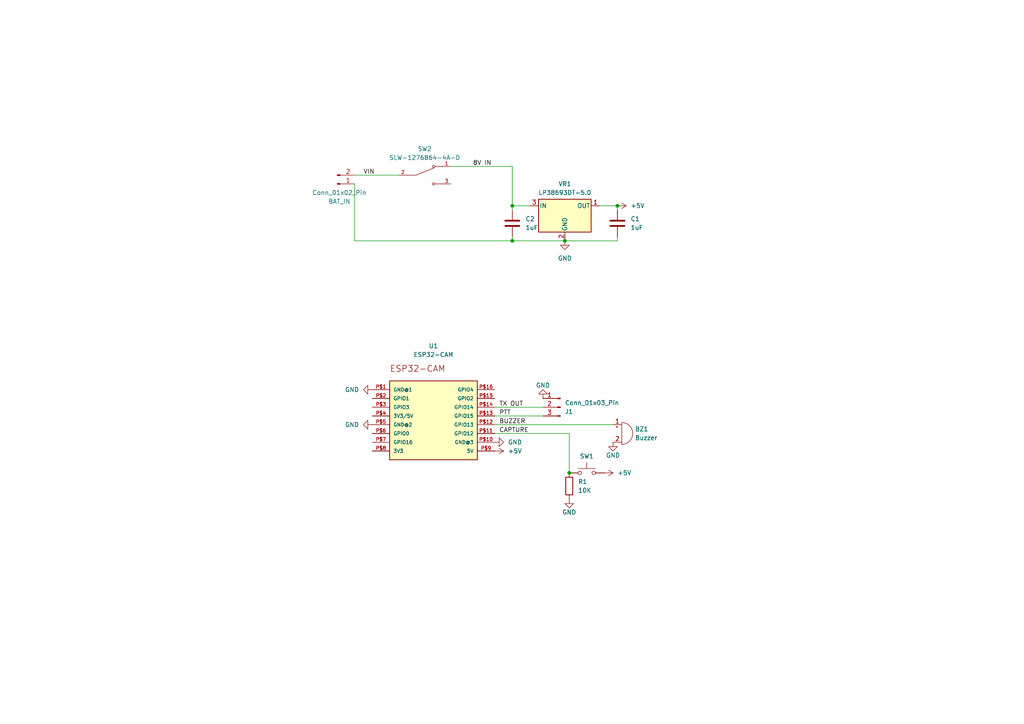
<source format=kicad_sch>
(kicad_sch (version 20250114) (generator "eeschema") (generator_version "9.0")
  (paper "A4")
  (title_block (title "SSTV Backpack") (date "2025-08-24") (rev "1.0"))
  (lib_symbols
    (symbol "Connector:Conn_01x02_Pin" (pin_names (offset 1.016) (hide yes))
      (property "Reference" "J" (at 0 2.54 0))
      (property "Value" "Conn_01x02_Pin" (at 0 -5.08 0))
      (symbol "Conn_01x02_Pin_1_1"
        (rectangle (start 0.8636 0.127) (end 0 -0.127) (stroke (width 0.1524)) (fill (type outline)))
        (rectangle (start 0.8636 -2.413) (end 0 -2.667) (stroke (width 0.1524)) (fill (type outline)))
        (polyline (pts (xy 1.27 0) (xy 0.8636 0)) (stroke (width 0.1524)))
        (polyline (pts (xy 1.27 -2.54) (xy 0.8636 -2.54)) (stroke (width 0.1524)))
        (pin passive line (at 5.08 0 180) (length 3.81) (name "Pin_1") (number "1"))
        (pin passive line (at 5.08 -2.54 180) (length 3.81) (name "Pin_2") (number "2"))
      )
    )
    (symbol "Connector:Conn_01x03_Pin" (pin_names (offset 1.016) (hide yes))
      (property "Reference" "J" (at 0 5.08 0))
      (property "Value" "Conn_01x03_Pin" (at 0 -5.08 0))
      (symbol "Conn_01x03_Pin_1_1"
        (rectangle (start 0.8636 2.667) (end 0 2.413) (stroke (width 0.1524)) (fill (type outline)))
        (rectangle (start 0.8636 0.127) (end 0 -0.127) (stroke (width 0.1524)) (fill (type outline)))
        (rectangle (start 0.8636 -2.413) (end 0 -2.667) (stroke (width 0.1524)) (fill (type outline)))
        (polyline (pts (xy 1.27 2.54) (xy 0.8636 2.54)) (stroke (width 0.1524)))
        (polyline (pts (xy 1.27 0) (xy 0.8636 0)) (stroke (width 0.1524)))
        (polyline (pts (xy 1.27 -2.54) (xy 0.8636 -2.54)) (stroke (width 0.1524)))
        (pin passive line (at 5.08 2.54 180) (length 3.81) (name "Pin_1") (number "1"))
        (pin passive line (at 5.08 0 180) (length 3.81) (name "Pin_2") (number "2"))
        (pin passive line (at 5.08 -2.54 180) (length 3.81) (name "Pin_3") (number "3"))
      )
    )
    (symbol "Device:Buzzer" (pin_names (offset 0.0254) (hide yes))
      (property "Reference" "BZ" (at 3.81 1.27 0))
      (property "Value" "Buzzer" (at 3.81 -1.27 0))
      (symbol "Buzzer_0_1"
        (polyline (pts (xy -1.651 1.905) (xy -1.143 1.905)))
        (polyline (pts (xy -1.397 2.159) (xy -1.397 1.651)))
        (arc (start 0 3.175) (mid 3.1612 0) (end 0 -3.175))
        (polyline (pts (xy 0 3.175) (xy 0 -3.175)))
      )
      (symbol "Buzzer_1_1"
        (pin passive line (at -2.54 2.54 0) (length 2.54) (name "+") (number "1"))
        (pin passive line (at -2.54 -2.54 0) (length 2.54) (name "-") (number "2"))
      )
    )
    (symbol "Device:C" (pin_numbers (hide yes)) (pin_names (offset 0.254))
      (property "Reference" "C" (at 0.635 2.54 0))
      (property "Value" "C" (at 0.635 -2.54 0))
      (symbol "C_0_1"
        (polyline (pts (xy -2.032 0.762) (xy 2.032 0.762)) (stroke (width 0.508)))
        (polyline (pts (xy -2.032 -0.762) (xy 2.032 -0.762)) (stroke (width 0.508)))
      )
      (symbol "C_1_1"
        (pin passive line (at 0 3.81 270) (length 2.794) (name "~") (number "1"))
        (pin passive line (at 0 -3.81 90) (length 2.794) (name "~") (number "2"))
      )
    )
    (symbol "Device:R" (pin_numbers (hide yes)) (pin_names (offset 0))
      (property "Reference" "R" (at 2.032 0 90))
      (property "Value" "R" (at 0 0 90))
      (symbol "R_0_1"
        (rectangle (start -1.016 -2.54) (end 1.016 2.54) (stroke (width 0.254)))
      )
      (symbol "R_1_1"
        (pin passive line (at 0 3.81 270) (length 1.27) (name "~") (number "1"))
        (pin passive line (at 0 -3.81 90) (length 1.27) (name "~") (number "2"))
      )
    )
    (symbol "ESP32-CAM:ESP32-CAM" (pin_names (offset 1.016))
      (property "Reference" "U" (at 0 0 0))
      (property "Value" "ESP32-CAM" (at 0 0 0))
      (symbol "ESP32-CAM_0_0"
        (rectangle (start -12.7 -10.16) (end 12.7 12.7) (stroke (width 0.254)) (fill (type background)))
        (text "ESP32-CAM" (at -12.7 15.24 0) (effects (font (size 1.778 1.778)) (justify left bottom)))
        (pin bidirectional line (at -17.78 10.16 0) (length 5.08) (name "GND@1") (number "P$1"))
        (pin bidirectional line (at -17.78 7.62 0) (length 5.08) (name "GPIO1") (number "P$2"))
        (pin bidirectional line (at -17.78 5.08 0) (length 5.08) (name "GPIO3") (number "P$3"))
        (pin bidirectional line (at -17.78 2.54 0) (length 5.08) (name "3V3/5V") (number "P$4"))
        (pin bidirectional line (at -17.78 0 0) (length 5.08) (name "GND@2") (number "P$5"))
        (pin bidirectional line (at -17.78 -2.54 0) (length 5.08) (name "GPIO0") (number "P$6"))
        (pin bidirectional line (at -17.78 -5.08 0) (length 5.08) (name "GPIO16") (number "P$7"))
        (pin bidirectional line (at -17.78 -7.62 0) (length 5.08) (name "3V3") (number "P$8"))
        (pin bidirectional line (at 17.78 10.16 180) (length 5.08) (name "GPIO4") (number "P$16"))
        (pin bidirectional line (at 17.78 7.62 180) (length 5.08) (name "GPIO2") (number "P$15"))
        (pin bidirectional line (at 17.78 5.08 180) (length 5.08) (name "GPIO14") (number "P$14"))
        (pin bidirectional line (at 17.78 2.54 180) (length 5.08) (name "GPIO15") (number "P$13"))
        (pin bidirectional line (at 17.78 0 180) (length 5.08) (name "GPIO13") (number "P$12"))
        (pin bidirectional line (at 17.78 -2.54 180) (length 5.08) (name "GPIO12") (number "P$11"))
        (pin bidirectional line (at 17.78 -5.08 180) (length 5.08) (name "GND@3") (number "P$10"))
        (pin bidirectional line (at 17.78 -7.62 180) (length 5.08) (name "5V") (number "P$9"))
      )
    )
    (symbol "Regulator_Linear:LP38693DT-5.0" (pin_names (offset 0.254))
      (property "Reference" "U" (at -6.35 5.715 0))
      (property "Value" "LP38693DT-5.0" (at 0 5.715 0))
      (symbol "LP38693DT-5.0_0_1"
        (rectangle (start -7.62 -5.08) (end 7.62 4.445) (stroke (width 0.254)) (fill (type background)))
      )
      (symbol "LP38693DT-5.0_1_1"
        (pin power_in line (at -10.16 2.54 0) (length 2.54) (name "IN") (number "3"))
        (pin power_in line (at 0 -7.62 90) (length 2.54) (name "GND") (number "2"))
        (pin power_out line (at 10.16 2.54 180) (length 2.54) (name "OUT") (number "1"))
      )
    )
    (symbol "Switch:SW_Push" (pin_numbers (hide yes)) (pin_names (offset 1.016) (hide yes))
      (property "Reference" "SW" (at 1.27 2.54 0))
      (property "Value" "SW_Push" (at 0 -1.524 0))
      (symbol "SW_Push_0_1"
        (circle (center -2.032 0) (radius 0.508))
        (polyline (pts (xy 0 1.27) (xy 0 3.048)))
        (circle (center 2.032 0) (radius 0.508))
        (polyline (pts (xy 2.54 1.27) (xy -2.54 1.27)))
        (pin passive line (at -5.08 0 0) (length 2.54) (name "1") (number "1"))
        (pin passive line (at 5.08 0 180) (length 2.54) (name "2") (number "2"))
      )
    )
    (symbol "SwitchSPDT:SLW-1276864-4A-D" (pin_names (offset 1.016))
      (property "Reference" "S" (at -2.54 5.08 0))
      (property "Value" "SLW-1276864-4A-D" (at -2.54 -5.08 0))
      (symbol "SLW-1276864-4A-D_0_0"
        (polyline (pts (xy -2.54 0) (xy -5.08 0)) (stroke (width 0.1524)))
        (polyline (pts (xy -2.54 0) (xy 2.794 2.1336)) (stroke (width 0.1524)))
        (circle (center 2.54 2.54) (radius 0.3302) (stroke (width 0.1524)))
        (circle (center 2.54 -2.54) (radius 0.3302) (stroke (width 0.1524)))
        (polyline (pts (xy 5.08 2.54) (xy 2.921 2.54)) (stroke (width 0.1524)))
        (polyline (pts (xy 5.08 -2.54) (xy 2.921 -2.54)) (stroke (width 0.1524)))
        (pin passive line (at -7.62 0 0) (length 2.54) (name "~") (number "2"))
        (pin passive line (at 7.62 2.54 180) (length 2.54) (name "~") (number "1"))
        (pin passive line (at 7.62 -2.54 180) (length 2.54) (name "~") (number "3"))
      )
    )
    (symbol "power:+5V" (power) (pin_numbers (hide yes)) (pin_names (offset 0) (hide yes))
      (property "Value" "+5V" (at 0 3.556 0))
      (symbol "+5V_0_1"
        (polyline (pts (xy -0.762 1.27) (xy 0 2.54)))
        (polyline (pts (xy 0 2.54) (xy 0.762 1.27)))
        (polyline (pts (xy 0 0) (xy 0 2.54)))
      )
      (symbol "+5V_1_1"
        (pin power_in line (at 0 0 90) (length 0) (name "~") (number "1"))
      )
    )
    (symbol "power:GND" (power) (pin_numbers (hide yes)) (pin_names (offset 0) (hide yes))
      (property "Value" "GND" (at 0 -3.81 0))
      (symbol "GND_0_1"
        (polyline (pts (xy 0 0) (xy 0 -1.27) (xy 1.27 -1.27) (xy 0 -2.54) (xy -1.27 -1.27) (xy 0 -1.27)))
      )
      (symbol "GND_1_1"
        (pin power_in line (at 0 0 270) (length 0) (name "~") (number "1"))
      )
    )
  )
  (junction (at 163.83 69.85))
  (junction (at 179.07 59.69))
  (junction (at 148.59 69.85))
  (junction (at 165.1 137.16))
  (junction (at 148.59 59.69))
  (wire (pts (xy 179.07 68.58) (xy 179.07 69.85)))
  (wire (pts (xy 102.87 53.34) (xy 102.87 69.85)))
  (wire (pts (xy 148.59 68.58) (xy 148.59 69.85)))
  (wire (pts (xy 148.59 60.96) (xy 148.59 59.69)))
  (wire (pts (xy 102.87 50.8) (xy 115.57 50.8)))
  (wire (pts (xy 163.83 69.85) (xy 179.07 69.85)))
  (wire (pts (xy 179.07 59.69) (xy 179.07 60.96)))
  (wire (pts (xy 165.1 125.73) (xy 165.1 137.16)))
  (wire (pts (xy 148.59 69.85) (xy 163.83 69.85)))
  (wire (pts (xy 130.81 48.26) (xy 148.59 48.26)))
  (wire (pts (xy 102.87 69.85) (xy 148.59 69.85)))
  (wire (pts (xy 143.51 125.73) (xy 165.1 125.73)))
  (wire (pts (xy 143.51 120.65) (xy 157.48 120.65)))
  (wire (pts (xy 143.51 118.11) (xy 157.48 118.11)))
  (wire (pts (xy 143.51 123.19) (xy 177.8 123.19)))
  (wire (pts (xy 173.99 59.69) (xy 179.07 59.69)))
  (wire (pts (xy 148.59 59.69) (xy 153.67 59.69)))
  (wire (pts (xy 148.59 48.26) (xy 148.59 59.69)))
  (label "VIN" (at 105.41 50.8 0))
  (label "BUZZER" (at 144.78 123.19 0))
  (label "CAPTURE" (at 144.78 125.73 0))
  (label "PTT" (at 144.78 120.65 0))
  (label "8V IN" (at 137.16 48.26 0))
  (label "TX OUT" (at 144.78 118.11 0))
  (symbol (lib_id "power:+5V") (at 143.51 130.81 270) (unit 1)
    (property "Reference" "#PWR03" (effects (hide yes)))
    (property "Value" "+5V" (at 147.32 130.8099 90) (effects (justify left)))
    (property "Description" "Power symbol creates a global label with name \"+5V\"" (effects (hide yes)))
  )
  (symbol (lib_id "SwitchSPDT:SLW-1276864-4A-D") (at 123.19 50.8 0) (unit 1)
    (property "Reference" "SW2" (at 123.19 43.18 0))
    (property "Value" "SLW-1276864-4A-D" (at 123.19 45.72 0))
    (property "Footprint" "SwitchSPDT:SW_SLW-1276864-4A-D" (effects (hide yes)))
    (property "PARTREV" "1.01" (effects (hide yes)))
    (property "STANDARD" "Manufacturer Recommendations" (effects (hide yes)))
    (property "MAXIMUM_PACKAGE_HEIGHT" "10.6mm" (effects (hide yes)))
    (property "MANUFACTURER" "Same Sky" (effects (hide yes)))
  )
  (symbol (lib_id "Regulator_Linear:LP38693DT-5.0") (at 163.83 62.23 0) (unit 1)
    (property "Reference" "VR1" (at 163.83 53.34 0))
    (property "Value" "LP38693DT-5.0" (at 163.83 55.88 0))
    (property "Footprint" "Package_TO_SOT_SMD:TO-252-2" (effects (hide yes)))
    (property "Datasheet" "https://www.ti.com/lit/ds/symlink/lp38693.pdf" (effects (hide yes)))
    (property "Description" "500-mA Low-Dropout CMOS Linear Regulators Stable With Ceramic Output Capacitors, 5.0V output voltage, TO-252" (effects (hide yes)))
  )
  (symbol (lib_id "power:GND") (at 165.1 144.78 0) (unit 1)
    (property "Reference" "#PWR04" (effects (hide yes)))
    (property "Value" "GND" (at 165.1 148.59 0))
    (property "Description" "Power symbol creates a global label with name \"GND\" , ground" (effects (hide yes)))
  )
  (symbol (lib_id "Connector:Conn_01x02_Pin") (at 97.79 53.34 0) (mirror x) (unit 1)
    (property "Reference" "BAT_IN" (at 98.425 58.42 0))
    (property "Value" "Conn_01x02_Pin" (at 98.425 55.88 0))
    (property "Footprint" "Connector_PinHeader_2.54mm:PinHeader_1x02_P2.54mm_Vertical" (effects (hide yes)))
    (property "Description" "Generic connector, single row, 01x02, script generated" (effects (hide yes)))
  )
  (symbol (lib_id "ESP32-CAM:ESP32-CAM") (at 125.73 123.19 0) (unit 1)
    (property "Reference" "U1" (at 125.73 100.33 0))
    (property "Value" "ESP32-CAM" (at 125.73 102.87 0))
    (property "Footprint" "ESP32-CAM:ESP32-CAM" (effects (hide yes)))
    (property "MF" "AI-Thinker" (effects (hide yes)))
    (property "Description_1" "ESP32 ESP32 Transceiver; 802.11 a/b/g/n (Wi-Fi, WiFi, WLAN), Bluetooth® Smart 4.x Low Energy (BLE) Evaluation Board" (effects (hide yes)))
    (property "Package" "None" (effects (hide yes)))
    (property "Price" "None" (effects (hide yes)))
    (property "SnapEDA_Link" "https://www.snapeda.com/parts/ESP32-CAM/AI-Thinker/view-part/?ref=snap" (effects (hide yes)))
    (property "MP" "ESP32-CAM" (effects (hide yes)))
    (property "Availability" "Not in stock" (effects (hide yes)))
    (property "Check_prices" "https://www.snapeda.com/parts/ESP32-CAM/AI-Thinker/view-part/?ref=eda" (effects (hide yes)))
  )
  (symbol (lib_id "Device:R") (at 165.1 140.97 0) (unit 1)
    (property "Reference" "R1" (at 167.64 139.6999 0) (effects (justify left)))
    (property "Value" "10K" (at 167.64 142.2399 0) (effects (justify left)))
    (property "Footprint" "Resistor_THT:R_Axial_DIN0207_L6.3mm_D2.5mm_P7.62mm_Horizontal" (effects (hide yes)))
    (property "Description" "Resistor" (effects (hide yes)))
  )
  (symbol (lib_id "power:GND") (at 107.95 123.19 270) (unit 1)
    (property "Reference" "#PWR06" (effects (hide yes)))
    (property "Value" "GND" (at 104.14 123.1899 90) (effects (justify right)))
    (property "Description" "Power symbol creates a global label with name \"GND\" , ground" (effects (hide yes)))
  )
  (symbol (lib_id "power:GND") (at 163.83 69.85 0) (unit 1)
    (property "Reference" "#PWR01" (effects (hide yes)))
    (property "Value" "GND" (at 163.83 74.93 0))
    (property "Description" "Power symbol creates a global label with name \"GND\" , ground" (effects (hide yes)))
  )
  (symbol (lib_id "power:GND") (at 143.51 128.27 90) (unit 1)
    (property "Reference" "#PWR05" (effects (hide yes)))
    (property "Value" "GND" (at 147.32 128.2699 90) (effects (justify right)))
    (property "Description" "Power symbol creates a global label with name \"GND\" , ground" (effects (hide yes)))
  )
  (symbol (lib_id "power:+5V") (at 175.26 137.16 270) (unit 1)
    (property "Reference" "#PWR08" (effects (hide yes)))
    (property "Value" "+5V" (at 179.07 137.1599 90) (effects (justify left)))
    (property "Description" "Power symbol creates a global label with name \"+5V\"" (effects (hide yes)))
  )
  (symbol (lib_id "power:GND") (at 177.8 128.27 0) (unit 1)
    (property "Reference" "#PWR010" (effects (hide yes)))
    (property "Value" "GND" (at 177.8 132.08 0))
    (property "Description" "Power symbol creates a global label with name \"GND\" , ground" (effects (hide yes)))
  )
  (symbol (lib_id "Device:Buzzer") (at 180.34 125.73 0) (unit 1)
    (property "Reference" "BZ1" (at 184.15 124.4599 0) (effects (justify left)))
    (property "Value" "Buzzer" (at 184.15 126.9999 0) (effects (justify left)))
    (property "Footprint" "Buzzer_Beeper:Buzzer_12x9.5RM7.6" (effects (hide yes)))
    (property "Description" "Buzzer, polarized" (effects (hide yes)))
  )
  (symbol (lib_id "power:+5V") (at 179.07 59.69 270) (unit 1)
    (property "Reference" "#PWR02" (effects (hide yes)))
    (property "Value" "+5V" (at 182.88 59.6899 90) (effects (justify left)))
    (property "Description" "Power symbol creates a global label with name \"+5V\"" (effects (hide yes)))
  )
  (symbol (lib_id "Connector:Conn_01x03_Pin") (at 162.56 118.11 0) (mirror y) (unit 1)
    (property "Reference" "J1" (at 163.83 119.3801 0) (effects (justify right)))
    (property "Value" "Conn_01x03_Pin" (at 163.83 116.8401 0) (effects (justify right)))
    (property "Footprint" "Connector_PinHeader_2.54mm:PinHeader_1x03_P2.54mm_Vertical" (effects (hide yes)))
    (property "Description" "Generic connector, single row, 01x03, script generated" (effects (hide yes)))
  )
  (symbol (lib_id "power:GND") (at 107.95 113.03 270) (unit 1)
    (property "Reference" "#PWR07" (effects (hide yes)))
    (property "Value" "GND" (at 104.14 113.0299 90) (effects (justify right)))
    (property "Description" "Power symbol creates a global label with name \"GND\" , ground" (effects (hide yes)))
  )
  (symbol (lib_id "Device:C") (at 179.07 64.77 0) (unit 1)
    (property "Reference" "C1" (at 182.88 63.4999 0) (effects (justify left)))
    (property "Value" "1uF" (at 182.88 66.0399 0) (effects (justify left)))
    (property "Footprint" "Capacitor_THT:C_Disc_D4.7mm_W2.5mm_P5.00mm" (effects (hide yes)))
    (property "Description" "Unpolarized capacitor" (effects (hide yes)))
  )
  (symbol (lib_id "Device:C") (at 148.59 64.77 0) (unit 1)
    (property "Reference" "C2" (at 152.4 63.4999 0) (effects (justify left)))
    (property "Value" "1uF" (at 152.4 66.0399 0) (effects (justify left)))
    (property "Footprint" "Capacitor_THT:C_Disc_D4.7mm_W2.5mm_P5.00mm" (effects (hide yes)))
    (property "Description" "Unpolarized capacitor" (effects (hide yes)))
  )
  (symbol (lib_id "Switch:SW_Push") (at 170.18 137.16 0) (unit 1)
    (property "Reference" "SW1" (at 170.18 132.334 0))
    (property "Value" "SW_Push" (effects (hide yes)))
    (property "Description" "Push button switch, generic, two pins" (effects (hide yes)))
  )
  (symbol (lib_id "power:GND") (at 157.48 115.57 180) (unit 1)
    (property "Reference" "#PWR09" (effects (hide yes)))
    (property "Value" "GND" (at 157.48 111.76 0))
    (property "Description" "Power symbol creates a global label with name \"GND\" , ground" (effects (hide yes)))
  )
)
</source>
